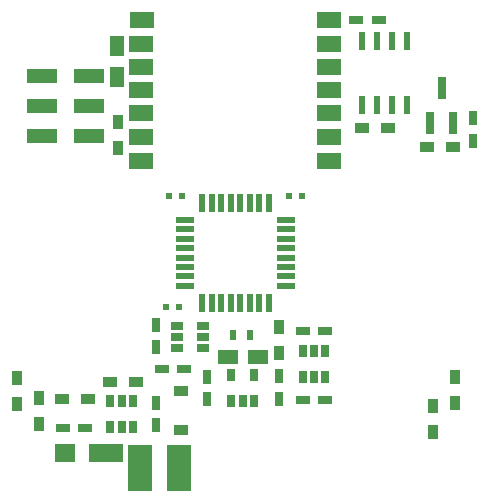
<source format=gtp>
G04 #@! TF.GenerationSoftware,KiCad,Pcbnew,no-vcs-found-d4e41c4~58~ubuntu16.04.1*
G04 #@! TF.CreationDate,2017-05-10T09:32:49+03:00*
G04 #@! TF.ProjectId,livolo_2_channels_1way_eu_switch,6C69766F6C6F5F325F6368616E6E656C,rev?*
G04 #@! TF.FileFunction,Paste,Top*
G04 #@! TF.FilePolarity,Positive*
%FSLAX46Y46*%
G04 Gerber Fmt 4.6, Leading zero omitted, Abs format (unit mm)*
G04 Created by KiCad (PCBNEW no-vcs-found-d4e41c4~58~ubuntu16.04.1) date Wed May 10 09:32:49 2017*
%MOMM*%
%LPD*%
G01*
G04 APERTURE LIST*
%ADD10C,0.100000*%
%ADD11R,2.500000X1.270000*%
%ADD12R,1.750000X1.260000*%
%ADD13R,1.200000X0.900000*%
%ADD14R,2.000000X4.000000*%
%ADD15R,1.200000X0.750000*%
%ADD16R,0.600000X0.500000*%
%ADD17R,0.750000X1.200000*%
%ADD18R,1.800000X1.500000*%
%ADD19R,3.000000X1.500000*%
%ADD20R,0.550000X1.600000*%
%ADD21R,1.600000X0.550000*%
%ADD22R,0.900000X1.200000*%
%ADD23R,0.650000X1.060000*%
%ADD24R,1.060000X0.650000*%
%ADD25R,1.998980X1.399540*%
%ADD26R,0.600000X1.550000*%
%ADD27R,0.800000X1.900000*%
%ADD28R,0.500000X0.900000*%
%ADD29R,1.260000X1.750000*%
G04 APERTURE END LIST*
D10*
D11*
X126050000Y-82440000D03*
X126050000Y-79900000D03*
X126050000Y-77360000D03*
X130050000Y-77360000D03*
X130050000Y-79900000D03*
X130050000Y-82400000D03*
D12*
X141775000Y-101092000D03*
X144325000Y-101092000D03*
D13*
X160866000Y-83312000D03*
X158666000Y-83312000D03*
D14*
X134400000Y-110550000D03*
X137650000Y-110550000D03*
D15*
X152675000Y-72600000D03*
X154575000Y-72600000D03*
D16*
X136600000Y-96900000D03*
X137700000Y-96900000D03*
X137900000Y-87500000D03*
X136800000Y-87500000D03*
X146950000Y-87500000D03*
X148050000Y-87500000D03*
D15*
X129750000Y-107100000D03*
X127850000Y-107100000D03*
D17*
X140000000Y-104700000D03*
X140000000Y-102800000D03*
D18*
X127975000Y-109250000D03*
D19*
X131475000Y-109250000D03*
D17*
X146100000Y-104650000D03*
X146100000Y-102750000D03*
X135750000Y-106900000D03*
X135750000Y-105000000D03*
D15*
X150050000Y-104750000D03*
X148150000Y-104750000D03*
D17*
X135700000Y-100300000D03*
X135700000Y-98400000D03*
D15*
X148150000Y-98900000D03*
X150050000Y-98900000D03*
X138100000Y-102150000D03*
X136200000Y-102150000D03*
D13*
X137825000Y-103975000D03*
X137825000Y-107275000D03*
D20*
X145250000Y-96550000D03*
X144450000Y-96550000D03*
X143650000Y-96550000D03*
X142850000Y-96550000D03*
X142050000Y-96550000D03*
X141250000Y-96550000D03*
X140450000Y-96550000D03*
X139650000Y-96550000D03*
D21*
X138200000Y-95100000D03*
X138200000Y-94300000D03*
X138200000Y-93500000D03*
X138200000Y-92700000D03*
X138200000Y-91900000D03*
X138200000Y-91100000D03*
X138200000Y-90300000D03*
X138200000Y-89500000D03*
D20*
X139650000Y-88050000D03*
X140450000Y-88050000D03*
X141250000Y-88050000D03*
X142050000Y-88050000D03*
X142850000Y-88050000D03*
X143650000Y-88050000D03*
X144450000Y-88050000D03*
X145250000Y-88050000D03*
D21*
X146700000Y-89500000D03*
X146700000Y-90300000D03*
X146700000Y-91100000D03*
X146700000Y-91900000D03*
X146700000Y-92700000D03*
X146700000Y-93500000D03*
X146700000Y-94300000D03*
X146700000Y-95100000D03*
D13*
X131850000Y-103200000D03*
X134050000Y-103200000D03*
X129950000Y-104700000D03*
X127750000Y-104700000D03*
D22*
X146100000Y-100800000D03*
X146100000Y-98600000D03*
X132500000Y-81200000D03*
X132500000Y-83400000D03*
X159150000Y-105250000D03*
X159150000Y-107450000D03*
X161050000Y-105000000D03*
X161050000Y-102800000D03*
X125850000Y-104600000D03*
X125850000Y-106800000D03*
X123950000Y-105100000D03*
X123950000Y-102900000D03*
D23*
X142100000Y-102650000D03*
X144000000Y-102650000D03*
X144000000Y-104850000D03*
X143050000Y-104850000D03*
X142100000Y-104850000D03*
X132800000Y-107050000D03*
X133750000Y-107050000D03*
X131850000Y-107050000D03*
X131850000Y-104850000D03*
X132800000Y-104850000D03*
X133750000Y-104850000D03*
X149100000Y-100650000D03*
X148150000Y-100650000D03*
X150050000Y-100650000D03*
X150050000Y-102850000D03*
X149100000Y-102850000D03*
X148150000Y-102850000D03*
D24*
X137500000Y-98500000D03*
X137500000Y-99450000D03*
X137500000Y-100400000D03*
X139700000Y-100400000D03*
X139700000Y-98500000D03*
X139700000Y-99450000D03*
D25*
X134499800Y-72598780D03*
X134471860Y-74600300D03*
X134471860Y-76599280D03*
X134471860Y-78550000D03*
X134471860Y-80500720D03*
X134471860Y-82499700D03*
X134471860Y-84501220D03*
X150372260Y-84501220D03*
X150372260Y-82499700D03*
X150372260Y-80500720D03*
X150372260Y-78550000D03*
X150372260Y-76599280D03*
X150372260Y-74600300D03*
X150372260Y-72598780D03*
D17*
X162600000Y-82800000D03*
X162600000Y-80900000D03*
D13*
X153200000Y-81700000D03*
X155400000Y-81700000D03*
D26*
X153120000Y-74400000D03*
X154390000Y-74400000D03*
X155660000Y-74400000D03*
X156930000Y-74400000D03*
X156930000Y-79800000D03*
X155660000Y-79800000D03*
X154390000Y-79800000D03*
X153120000Y-79800000D03*
D27*
X159900000Y-78350000D03*
X160850000Y-81350000D03*
X158950000Y-81350000D03*
D28*
X142200000Y-99300000D03*
X143700000Y-99300000D03*
D29*
X132450000Y-74825000D03*
X132450000Y-77375000D03*
M02*

</source>
